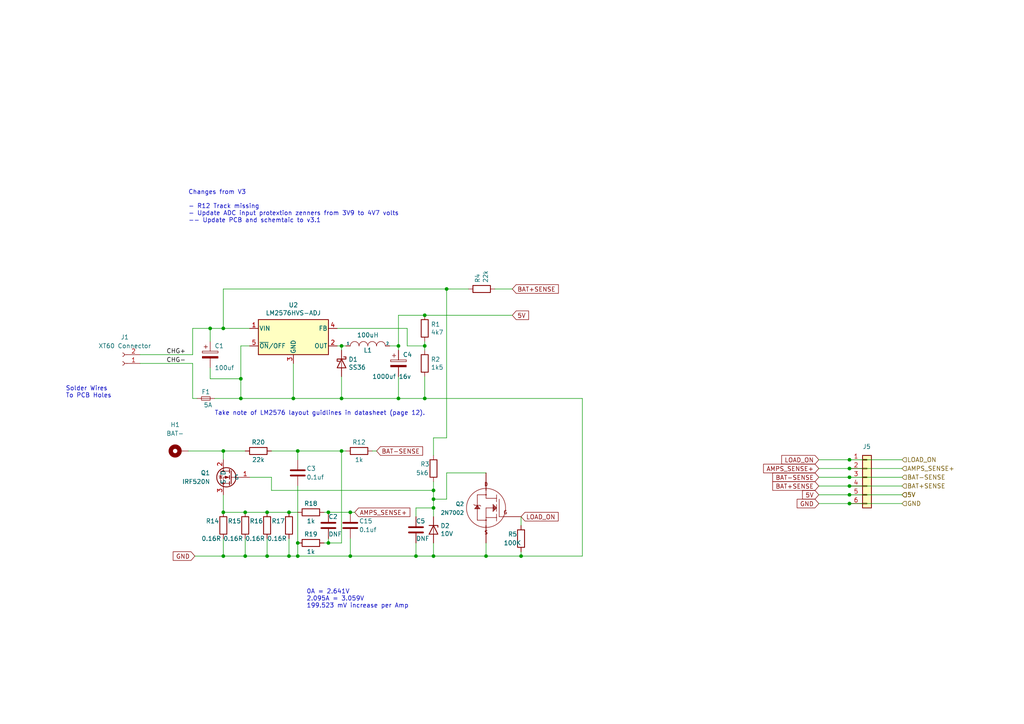
<source format=kicad_sch>
(kicad_sch (version 20211123) (generator eeschema)
  (paper "A4")
  (title_block (rev "3.1"))
  (lib_symbols
    (symbol "Connector:Conn_01x02_Female" (pin_names (offset 1.016) hide)
      (property "Reference" "J" (at 0 2.54 0))
      (property "Value" "Conn_01x02_Female" (at 0 -5.08 0))
      (symbol "Conn_01x02_Female_1_1"
        (arc (start 0 -2.032) (mid -0.508 -2.54) (end 0 -3.048) (stroke (width 0.1524)))
        (polyline (pts (xy -1.27 -2.54) (xy -0.508 -2.54)) (stroke (width 0.1524)))
        (polyline (pts (xy -1.27 0) (xy -0.508 0)) (stroke (width 0.1524)))
        (arc (start 0 0.508) (mid -0.508 0) (end 0 -0.508) (stroke (width 0.1524)))
        (pin passive line (at -5.08 0 0) (length 3.81) (name "Pin_1") (number "1"))
        (pin passive line (at -5.08 -2.54 0) (length 3.81) (name "Pin_2") (number "2"))
      )
    )
    (symbol "Connector_Generic:Conn_01x06" (pin_names (offset 1.016) hide)
      (property "Reference" "J" (at 0 7.62 0))
      (property "Value" "Conn_01x06" (at 0 -10.16 0))
      (symbol "Conn_01x06_1_1"
        (rectangle (start -1.27 -7.493) (end 0 -7.747) (stroke (width 0.1524)))
        (rectangle (start -1.27 -4.953) (end 0 -5.207) (stroke (width 0.1524)))
        (rectangle (start -1.27 -2.413) (end 0 -2.667) (stroke (width 0.1524)))
        (rectangle (start -1.27 0.127) (end 0 -0.127) (stroke (width 0.1524)))
        (rectangle (start -1.27 2.667) (end 0 2.413) (stroke (width 0.1524)))
        (rectangle (start -1.27 5.207) (end 0 4.953) (stroke (width 0.1524)))
        (rectangle (start -1.27 6.35) (end 1.27 -8.89) (stroke (width 0.254)) (fill (type background)))
        (pin passive line (at -5.08 5.08 0) (length 3.81) (name "Pin_1") (number "1"))
        (pin passive line (at -5.08 2.54 0) (length 3.81) (name "Pin_2") (number "2"))
        (pin passive line (at -5.08 0 0) (length 3.81) (name "Pin_3") (number "3"))
        (pin passive line (at -5.08 -2.54 0) (length 3.81) (name "Pin_4") (number "4"))
        (pin passive line (at -5.08 -5.08 0) (length 3.81) (name "Pin_5") (number "5"))
        (pin passive line (at -5.08 -7.62 0) (length 3.81) (name "Pin_6") (number "6"))
      )
    )
    (symbol "Device:C" (pin_numbers hide) (pin_names (offset 0.254))
      (property "Reference" "C" (at 0.635 2.54 0))
      (property "Value" "C" (at 0.635 -2.54 0))
      (symbol "C_0_1"
        (polyline (pts (xy -2.032 -0.762) (xy 2.032 -0.762)) (stroke (width 0.508)))
        (polyline (pts (xy -2.032 0.762) (xy 2.032 0.762)) (stroke (width 0.508)))
      )
      (symbol "C_1_1"
        (pin passive line (at 0 3.81 270) (length 2.794) (name "~") (number "1"))
        (pin passive line (at 0 -3.81 90) (length 2.794) (name "~") (number "2"))
      )
    )
    (symbol "Device:C_Polarized" (pin_numbers hide) (pin_names (offset 0.254))
      (property "Reference" "C" (at 0.635 2.54 0))
      (property "Value" "C_Polarized" (at 0.635 -2.54 0))
      (symbol "C_Polarized_0_1"
        (rectangle (start -2.286 0.508) (end 2.286 1.016))
        (polyline (pts (xy -1.778 2.286) (xy -0.762 2.286)))
        (polyline (pts (xy -1.27 2.794) (xy -1.27 1.778)))
        (rectangle (start 2.286 -0.508) (end -2.286 -1.016) (fill (type outline)))
      )
      (symbol "C_Polarized_1_1"
        (pin passive line (at 0 3.81 270) (length 2.794) (name "~") (number "1"))
        (pin passive line (at 0 -3.81 90) (length 2.794) (name "~") (number "2"))
      )
    )
    (symbol "Device:D_Schottky" (pin_numbers hide) (pin_names (offset 1.016) hide)
      (property "Reference" "D" (at 0 2.54 0))
      (property "Value" "D_Schottky" (at 0 -2.54 0))
      (symbol "D_Schottky_0_1"
        (polyline (pts (xy 1.27 0) (xy -1.27 0)))
        (polyline (pts (xy 1.27 1.27) (xy 1.27 -1.27) (xy -1.27 0) (xy 1.27 1.27)) (stroke (width 0.254)))
        (polyline (pts (xy -1.905 0.635) (xy -1.905 1.27) (xy -1.27 1.27) (xy -1.27 -1.27) (xy -0.635 -1.27) (xy -0.635 -0.635)) (stroke (width 0.254)))
      )
      (symbol "D_Schottky_1_1"
        (pin passive line (at -3.81 0 0) (length 2.54) (name "K") (number "1"))
        (pin passive line (at 3.81 0 180) (length 2.54) (name "A") (number "2"))
      )
    )
    (symbol "Device:D_Zener" (pin_numbers hide) (pin_names (offset 1.016) hide)
      (property "Reference" "D" (at 0 2.54 0))
      (property "Value" "D_Zener" (at 0 -2.54 0))
      (symbol "D_Zener_0_1"
        (polyline (pts (xy 1.27 0) (xy -1.27 0)))
        (polyline (pts (xy -1.27 -1.27) (xy -1.27 1.27) (xy -0.762 1.27)) (stroke (width 0.254)))
        (polyline (pts (xy 1.27 -1.27) (xy 1.27 1.27) (xy -1.27 0) (xy 1.27 -1.27)) (stroke (width 0.254)))
      )
      (symbol "D_Zener_1_1"
        (pin passive line (at -3.81 0 0) (length 2.54) (name "K") (number "1"))
        (pin passive line (at 3.81 0 180) (length 2.54) (name "A") (number "2"))
      )
    )
    (symbol "Device:Fuse_Small" (pin_numbers hide) (pin_names (offset 0.254) hide)
      (property "Reference" "F" (at 0 -1.524 0))
      (property "Value" "Fuse_Small" (at 0 1.524 0))
      (symbol "Fuse_Small_0_1"
        (rectangle (start -1.27 0.508) (end 1.27 -0.508))
        (polyline (pts (xy -1.27 0) (xy 1.27 0)))
      )
      (symbol "Fuse_Small_1_1"
        (pin passive line (at -2.54 0 0) (length 1.27) (name "~") (number "1"))
        (pin passive line (at 2.54 0 180) (length 1.27) (name "~") (number "2"))
      )
    )
    (symbol "Device:R" (pin_numbers hide) (pin_names (offset 0))
      (property "Reference" "R" (at 2.032 0 90))
      (property "Value" "R" (at 0 0 90))
      (symbol "R_0_1"
        (rectangle (start -1.016 -2.54) (end 1.016 2.54) (stroke (width 0.254)))
      )
      (symbol "R_1_1"
        (pin passive line (at 0 3.81 270) (length 1.27) (name "~") (number "1"))
        (pin passive line (at 0 -3.81 90) (length 1.27) (name "~") (number "2"))
      )
    )
    (symbol "Mechanical:MountingHole_Pad" (pin_numbers hide) (pin_names (offset 1.016) hide)
      (property "Reference" "H" (at 0 6.35 0))
      (property "Value" "MountingHole_Pad" (at 0 4.445 0))
      (symbol "MountingHole_Pad_0_1"
        (circle (center 0 1.27) (radius 1.27) (stroke (width 1.27)))
      )
      (symbol "MountingHole_Pad_1_1"
        (pin input line (at 0 -2.54 90) (length 2.54) (name "1") (number "1"))
      )
    )
    (symbol "Regulator_Switching:LM2576HVS-5" (pin_names (offset 0.254))
      (property "Reference" "U" (at -10.16 6.35 0))
      (property "Value" "LM2576HVS-5" (at 0 6.35 0))
      (symbol "LM2576HVS-5_0_1"
        (rectangle (start -10.16 5.08) (end 10.16 -5.08) (stroke (width 0.254)) (fill (type background)))
      )
      (symbol "LM2576HVS-5_1_1"
        (pin power_in line (at -12.7 2.54 0) (length 2.54) (name "VIN") (number "1"))
        (pin output line (at 12.7 -2.54 180) (length 2.54) (name "OUT") (number "2"))
        (pin power_in line (at 0 -7.62 90) (length 2.54) (name "GND") (number "3"))
        (pin input line (at 12.7 2.54 180) (length 2.54) (name "FB") (number "4"))
        (pin input line (at -12.7 -2.54 0) (length 2.54) (name "~{ON}/OFF") (number "5"))
      )
    )
    (symbol "Transistor_FET:IRF540N"
      (property "Reference" "Q" (at 6.35 1.905 0))
      (property "Value" "IRF540N" (at 6.35 0 0))
      (symbol "IRF540N_0_1"
        (polyline (pts (xy 0.254 0) (xy -2.54 0)))
        (polyline (pts (xy 0.254 1.905) (xy 0.254 -1.905)) (stroke (width 0.254)))
        (polyline (pts (xy 0.762 -1.27) (xy 0.762 -2.286)) (stroke (width 0.254)))
        (polyline (pts (xy 0.762 0.508) (xy 0.762 -0.508)) (stroke (width 0.254)))
        (polyline (pts (xy 0.762 2.286) (xy 0.762 1.27)) (stroke (width 0.254)))
        (polyline (pts (xy 2.54 2.54) (xy 2.54 1.778)))
        (polyline (pts (xy 2.54 -2.54) (xy 2.54 0) (xy 0.762 0)))
        (polyline (pts (xy 0.762 -1.778) (xy 3.302 -1.778) (xy 3.302 1.778) (xy 0.762 1.778)))
        (polyline (pts (xy 1.016 0) (xy 2.032 0.381) (xy 2.032 -0.381) (xy 1.016 0)) (fill (type outline)))
        (polyline (pts (xy 2.794 0.508) (xy 2.921 0.381) (xy 3.683 0.381) (xy 3.81 0.254)))
        (polyline (pts (xy 3.302 0.381) (xy 2.921 -0.254) (xy 3.683 -0.254) (xy 3.302 0.381)))
        (circle (center 1.651 0) (radius 2.794) (stroke (width 0.254)))
        (circle (center 2.54 -1.778) (radius 0.254) (fill (type outline)))
        (circle (center 2.54 1.778) (radius 0.254) (fill (type outline)))
      )
      (symbol "IRF540N_1_1"
        (pin input line (at -5.08 0 0) (length 2.54) (name "G") (number "1"))
        (pin passive line (at 2.54 5.08 270) (length 2.54) (name "D") (number "2"))
        (pin passive line (at 2.54 -5.08 90) (length 2.54) (name "S") (number "3"))
      )
    )
    (symbol "pja_1:2N7002" (pin_numbers hide) (pin_names (offset 1.016) hide)
      (property "Reference" "Q" (at 6.604 0.762 0))
      (property "Value" "2N7002" (at 6.604 -1.524 0))
      (symbol "2N7002_1_0"
        (polyline (pts (xy -5.08 -2.54) (xy -3.81 -2.54)))
        (polyline (pts (xy -3.81 -2.54) (xy -3.81 2.54)))
        (polyline (pts (xy -3.048 -2.794) (xy -3.048 -3.81)))
        (polyline (pts (xy -3.048 -2.794) (xy 0 -2.794)))
        (polyline (pts (xy -3.048 -1.778) (xy -3.048 -2.794)))
        (polyline (pts (xy -3.048 0) (xy -3.048 -1.016)))
        (polyline (pts (xy -3.048 0) (xy -2.032 1.016)))
        (polyline (pts (xy -3.048 1.016) (xy -3.048 0)))
        (polyline (pts (xy -3.048 1.778) (xy -3.048 2.794)))
        (polyline (pts (xy -3.048 2.794) (xy -3.048 3.81)))
        (polyline (pts (xy -3.048 2.794) (xy 0 2.794)))
        (polyline (pts (xy -2.794 0) (xy -2.54 0.254)))
        (polyline (pts (xy -2.54 -0.508) (xy -3.048 0)))
        (polyline (pts (xy -2.54 -0.508) (xy -2.54 -0.254)))
        (polyline (pts (xy -2.54 -0.254) (xy -2.794 0)))
        (polyline (pts (xy -2.413 0.381) (xy -2.413 -0.381)))
        (polyline (pts (xy -2.286 0.508) (xy -2.286 -0.508)))
        (polyline (pts (xy -2.159 -0.762) (xy -2.159 0.762)))
        (polyline (pts (xy -2.032 -1.016) (xy -2.54 -0.508)))
        (polyline (pts (xy -2.032 0) (xy -2.032 -1.016)))
        (polyline (pts (xy -2.032 0) (xy 0 0)))
        (polyline (pts (xy -2.032 1.016) (xy -2.032 0)))
        (polyline (pts (xy 0 -3.556) (xy 0 -5.588)))
        (polyline (pts (xy 0 -2.794) (xy 0 -3.556)))
        (polyline (pts (xy 0 0) (xy 0 -2.794)))
        (polyline (pts (xy 0 2.794) (xy 0 3.81)))
        (polyline (pts (xy 0 3.81) (xy 0 5.588)))
        (polyline (pts (xy 0 3.81) (xy 2.54 3.81)))
        (polyline (pts (xy 1.778 -0.254) (xy 3.302 -0.254)))
        (polyline (pts (xy 1.778 0.762) (xy 1.524 0.508)))
        (polyline (pts (xy 2.159 0.127) (xy 2.54 0.127)))
        (polyline (pts (xy 2.286 0.254) (xy 2.413 0.381)))
        (polyline (pts (xy 2.54 -3.556) (xy 0 -3.556)))
        (polyline (pts (xy 2.54 -0.127) (xy 2.032 -0.127)))
        (polyline (pts (xy 2.54 -0.127) (xy 2.54 -3.556)))
        (polyline (pts (xy 2.54 -0.127) (xy 3.048 -0.127)))
        (polyline (pts (xy 2.54 0.127) (xy 2.54 -0.127)))
        (polyline (pts (xy 2.54 0.127) (xy 2.921 0.127)))
        (polyline (pts (xy 2.54 0.508) (xy 2.54 0.127)))
        (polyline (pts (xy 2.54 0.762) (xy 1.778 -0.254)))
        (polyline (pts (xy 2.54 0.762) (xy 1.778 0.762)))
        (polyline (pts (xy 2.54 0.762) (xy 2.54 0.508)))
        (polyline (pts (xy 2.54 0.762) (xy 3.302 0.762)))
        (polyline (pts (xy 2.54 3.81) (xy 2.54 0.762)))
        (polyline (pts (xy 2.921 0.127) (xy 2.54 0.508)))
        (polyline (pts (xy 3.302 -0.254) (xy 2.54 0.762)))
        (polyline (pts (xy 3.302 0.762) (xy 3.556 1.016)))
        (text "D" (at -0.0254 6.858 0) (effects (font (size 1.016 1.016))))
        (text "G" (at -5.6134 -1.27 0) (effects (font (size 1.016 1.016))))
        (text "S" (at -0.0254 -7.112 0) (effects (font (size 1.016 1.016))))
      )
      (symbol "2N7002_1_1"
        (circle (center 0 -3.556) (radius 0.127) (fill (type outline)))
        (circle (center 0 0) (radius 5.6642))
        (circle (center 0 3.81) (radius 0.127) (fill (type outline)))
        (pin tri_state line (at -10.16 -2.54 0) (length 5.08) (name "G") (number "1"))
        (pin passive line (at 0 -10.16 90) (length 5.08) (name "S") (number "2"))
        (pin passive line (at 0 10.16 270) (length 5.08) (name "D") (number "3"))
      )
    )
    (symbol "pspice:INDUCTOR" (pin_numbers hide) (pin_names (offset 0))
      (property "Reference" "L" (at 0 2.54 0))
      (property "Value" "INDUCTOR" (at 0 -1.27 0))
      (symbol "INDUCTOR_0_1"
        (arc (start -2.54 0) (mid -3.81 1.27) (end -5.08 0))
        (arc (start 0 0) (mid -1.27 1.27) (end -2.54 0))
        (arc (start 2.54 0) (mid 1.27 1.27) (end 0 0))
        (arc (start 5.08 0) (mid 3.81 1.27) (end 2.54 0))
      )
      (symbol "INDUCTOR_1_1"
        (pin input line (at -6.35 0 0) (length 1.27) (name "1") (number "1"))
        (pin input line (at 6.35 0 180) (length 1.27) (name "2") (number "2"))
      )
    )
  )
  (junction (at 115.57 115.57))
  (junction (at 71.12 148.59))
  (junction (at 95.25 148.59))
  (junction (at 246.38 138.43))
  (junction (at 64.77 130.81))
  (junction (at 125.73 161.29))
  (junction (at 151.13 161.29))
  (junction (at 95.25 157.48))
  (junction (at 86.36 157.48))
  (junction (at 125.73 147.32))
  (junction (at 246.38 135.89))
  (junction (at 246.38 146.05))
  (junction (at 115.57 100.33))
  (junction (at 120.65 161.29))
  (junction (at 123.19 115.57))
  (junction (at 83.82 161.29))
  (junction (at 64.77 148.59))
  (junction (at 60.96 95.25))
  (junction (at 101.6 148.59))
  (junction (at 99.06 115.57))
  (junction (at 99.06 130.81))
  (junction (at 246.38 143.51))
  (junction (at 77.47 148.59))
  (junction (at 125.73 142.24))
  (junction (at 64.77 161.29))
  (junction (at 123.19 91.44))
  (junction (at 85.09 115.57))
  (junction (at 69.85 109.855))
  (junction (at 64.77 95.25))
  (junction (at 125.73 144.78))
  (junction (at 86.36 161.29))
  (junction (at 71.12 161.29))
  (junction (at 101.6 161.29))
  (junction (at 246.38 140.97))
  (junction (at 69.85 115.57))
  (junction (at 129.54 83.82))
  (junction (at 99.06 100.33))
  (junction (at 123.19 100.33))
  (junction (at 246.38 133.35))
  (junction (at 83.82 148.59))
  (junction (at 140.97 161.29))
  (junction (at 86.36 130.81))
  (junction (at 77.47 161.29))
  (wire (pts (xy 85.09 115.57) (xy 99.06 115.57)))
  (wire (pts (xy 55.88 102.87) (xy 40.64 102.87)))
  (wire (pts (xy 83.82 148.59) (xy 86.36 148.59)))
  (wire (pts (xy 86.36 161.29) (xy 101.6 161.29)))
  (wire (pts (xy 120.65 157.48) (xy 120.65 161.29)))
  (wire (pts (xy 64.77 143.51) (xy 64.77 148.59)))
  (wire (pts (xy 237.49 135.89) (xy 246.38 135.89)))
  (wire (pts (xy 120.65 161.29) (xy 125.73 161.29)))
  (wire (pts (xy 125.73 139.7) (xy 125.73 142.24)))
  (wire (pts (xy 135.89 83.82) (xy 129.54 83.82)))
  (wire (pts (xy 72.39 95.25) (xy 64.77 95.25)))
  (wire (pts (xy 71.12 156.21) (xy 71.12 161.29)))
  (wire (pts (xy 99.06 100.33) (xy 99.06 101.6)))
  (wire (pts (xy 246.38 138.43) (xy 261.62 138.43)))
  (wire (pts (xy 54.61 130.81) (xy 64.77 130.81)))
  (wire (pts (xy 143.51 83.82) (xy 148.59 83.82)))
  (wire (pts (xy 64.77 130.81) (xy 71.12 130.81)))
  (wire (pts (xy 69.85 115.57) (xy 85.09 115.57)))
  (wire (pts (xy 125.73 142.24) (xy 125.73 144.78)))
  (wire (pts (xy 120.65 149.86) (xy 120.65 147.32)))
  (wire (pts (xy 246.38 133.35) (xy 261.62 133.35)))
  (wire (pts (xy 64.77 148.59) (xy 71.12 148.59)))
  (wire (pts (xy 86.36 130.81) (xy 78.74 130.81)))
  (wire (pts (xy 56.515 161.29) (xy 64.77 161.29)))
  (wire (pts (xy 95.25 156.21) (xy 95.25 157.48)))
  (wire (pts (xy 60.96 95.25) (xy 60.96 99.06)))
  (wire (pts (xy 246.38 146.05) (xy 261.62 146.05)))
  (wire (pts (xy 55.88 105.41) (xy 55.88 115.57)))
  (wire (pts (xy 99.06 130.81) (xy 86.36 130.81)))
  (wire (pts (xy 237.49 143.51) (xy 246.38 143.51)))
  (wire (pts (xy 237.49 138.43) (xy 246.38 138.43)))
  (wire (pts (xy 151.13 160.02) (xy 151.13 161.29)))
  (wire (pts (xy 129.54 137.16) (xy 129.54 144.78)))
  (wire (pts (xy 151.13 149.86) (xy 151.13 152.4)))
  (wire (pts (xy 64.77 83.82) (xy 129.54 83.82)))
  (wire (pts (xy 97.79 100.33) (xy 99.06 100.33)))
  (wire (pts (xy 100.33 100.33) (xy 99.06 100.33)))
  (wire (pts (xy 93.98 157.48) (xy 95.25 157.48)))
  (wire (pts (xy 168.91 115.57) (xy 168.91 161.29)))
  (wire (pts (xy 64.77 95.25) (xy 60.96 95.25)))
  (wire (pts (xy 101.6 161.29) (xy 120.65 161.29)))
  (wire (pts (xy 168.91 161.29) (xy 151.13 161.29)))
  (wire (pts (xy 72.39 138.43) (xy 78.74 138.43)))
  (wire (pts (xy 60.96 106.68) (xy 60.96 109.855)))
  (wire (pts (xy 125.73 161.29) (xy 140.97 161.29)))
  (wire (pts (xy 55.88 95.25) (xy 55.88 102.87)))
  (wire (pts (xy 107.95 130.81) (xy 109.22 130.81)))
  (wire (pts (xy 64.77 156.21) (xy 64.77 161.29)))
  (wire (pts (xy 237.49 133.35) (xy 246.38 133.35)))
  (wire (pts (xy 120.65 147.32) (xy 125.73 147.32)))
  (wire (pts (xy 123.19 100.33) (xy 118.11 100.33)))
  (wire (pts (xy 77.47 161.29) (xy 83.82 161.29)))
  (wire (pts (xy 115.57 100.33) (xy 115.57 101.6)))
  (wire (pts (xy 237.49 140.97) (xy 246.38 140.97)))
  (wire (pts (xy 113.03 100.33) (xy 115.57 100.33)))
  (wire (pts (xy 77.47 148.59) (xy 83.82 148.59)))
  (wire (pts (xy 129.54 83.82) (xy 129.54 127)))
  (wire (pts (xy 71.12 161.29) (xy 77.47 161.29)))
  (wire (pts (xy 237.49 146.05) (xy 246.38 146.05)))
  (wire (pts (xy 115.57 100.33) (xy 115.57 91.44)))
  (wire (pts (xy 125.73 144.78) (xy 125.73 147.32)))
  (wire (pts (xy 99.06 109.22) (xy 99.06 115.57)))
  (wire (pts (xy 72.39 100.33) (xy 69.85 100.33)))
  (wire (pts (xy 118.11 100.33) (xy 118.11 95.25)))
  (wire (pts (xy 125.73 147.32) (xy 125.73 149.86)))
  (wire (pts (xy 85.09 105.41) (xy 85.09 115.57)))
  (wire (pts (xy 125.73 127) (xy 125.73 132.08)))
  (wire (pts (xy 86.36 130.81) (xy 86.36 133.35)))
  (wire (pts (xy 64.77 161.29) (xy 71.12 161.29)))
  (wire (pts (xy 78.74 138.43) (xy 78.74 142.24)))
  (wire (pts (xy 115.57 91.44) (xy 123.19 91.44)))
  (wire (pts (xy 71.12 148.59) (xy 77.47 148.59)))
  (wire (pts (xy 83.82 161.29) (xy 86.36 161.29)))
  (wire (pts (xy 95.25 157.48) (xy 99.06 157.48)))
  (wire (pts (xy 123.19 100.33) (xy 123.19 99.06)))
  (wire (pts (xy 140.97 137.16) (xy 129.54 137.16)))
  (wire (pts (xy 60.96 109.855) (xy 69.85 109.855)))
  (wire (pts (xy 69.85 100.33) (xy 69.85 109.855)))
  (wire (pts (xy 93.98 148.59) (xy 95.25 148.59)))
  (wire (pts (xy 129.54 144.78) (xy 125.73 144.78)))
  (wire (pts (xy 69.85 109.855) (xy 69.85 115.57)))
  (wire (pts (xy 86.36 157.48) (xy 86.36 161.29)))
  (wire (pts (xy 62.23 115.57) (xy 69.85 115.57)))
  (wire (pts (xy 101.6 156.21) (xy 101.6 161.29)))
  (wire (pts (xy 123.19 101.6) (xy 123.19 100.33)))
  (wire (pts (xy 99.06 115.57) (xy 115.57 115.57)))
  (wire (pts (xy 151.13 161.29) (xy 140.97 161.29)))
  (wire (pts (xy 95.25 148.59) (xy 101.6 148.59)))
  (wire (pts (xy 83.82 156.21) (xy 83.82 161.29)))
  (wire (pts (xy 115.57 109.22) (xy 115.57 115.57)))
  (wire (pts (xy 78.74 142.24) (xy 125.73 142.24)))
  (wire (pts (xy 64.77 130.81) (xy 64.77 133.35)))
  (wire (pts (xy 99.06 157.48) (xy 99.06 130.81)))
  (wire (pts (xy 55.88 95.25) (xy 60.96 95.25)))
  (wire (pts (xy 40.64 105.41) (xy 55.88 105.41)))
  (wire (pts (xy 140.97 157.48) (xy 140.97 161.29)))
  (wire (pts (xy 123.19 115.57) (xy 168.91 115.57)))
  (wire (pts (xy 101.6 148.59) (xy 102.87 148.59)))
  (wire (pts (xy 55.88 115.57) (xy 57.15 115.57)))
  (wire (pts (xy 99.06 130.81) (xy 100.33 130.81)))
  (wire (pts (xy 64.77 83.82) (xy 64.77 95.25)))
  (wire (pts (xy 246.38 135.89) (xy 261.62 135.89)))
  (wire (pts (xy 123.19 91.44) (xy 148.59 91.44)))
  (wire (pts (xy 77.47 156.21) (xy 77.47 161.29)))
  (wire (pts (xy 86.36 140.97) (xy 86.36 157.48)))
  (wire (pts (xy 123.19 115.57) (xy 123.19 109.22)))
  (wire (pts (xy 118.11 95.25) (xy 97.79 95.25)))
  (wire (pts (xy 115.57 115.57) (xy 123.19 115.57)))
  (wire (pts (xy 246.38 140.97) (xy 261.62 140.97)))
  (wire (pts (xy 125.73 157.48) (xy 125.73 161.29)))
  (wire (pts (xy 129.54 127) (xy 125.73 127)))
  (wire (pts (xy 246.38 143.51) (xy 261.62 143.51)))
  (text "Take note of LM2576 layout guidlines in datasheet (page 12)." (at 62.23 120.65 0) (effects (font (size 1.27 1.27)) (justify left bottom)))
  (text "Solder Wires\nTo PCB Holes" (at 19.05 115.57 0) (effects (font (size 1.27 1.27)) (justify left bottom)))
  (text "0A = 2.641V\n2.095A = 3.059V\n199.523 mV increase per Amp" (at 88.9 176.53 0) (effects (font (size 1.27 1.27)) (justify left bottom)))
  (text "Changes from V3\n\n- R12 Track missing\n- Update ADC input protextion zenners from 3V9 to 4V7 volts\n-- Update PCB and schemtaic to v3.1" (at 54.61 64.77 0) (effects (font (size 1.27 1.27)) (justify left bottom)))
  (label "CHG+" (at 48.26 102.87 0))
  (label "CHG-" (at 48.26 105.41 0))
  (global_label "5V" (shape input) (at 148.59 91.44 0) (property "Intersheet References" "${INTERSHEET_REFS}" (at 264.16 251.46 0)))
  (global_label "AMPS_SENSE+" (shape input) (at 102.87 148.59 0) (property "Intersheet References" "${INTERSHEET_REFS}" (at 118.8013 148.5106 0) (effects (justify left))))
  (global_label "BAT-SENSE" (shape input) (at 237.49 138.43 180) (property "Intersheet References" "${INTERSHEET_REFS}" (at 224.2196 138.3506 0) (effects (justify right))))
  (global_label "BAT+SENSE" (shape input) (at 148.59 83.82 0) (property "Intersheet References" "${INTERSHEET_REFS}" (at 161.8604 83.7406 0) (effects (justify left))))
  (global_label "LOAD_ON" (shape input) (at 237.49 133.35 180) (property "Intersheet References" "${INTERSHEET_REFS}" (at 226.8201 133.2706 0) (effects (justify right))))
  (global_label "BAT-SENSE" (shape input) (at 109.22 130.81 0) (property "Intersheet References" "${INTERSHEET_REFS}" (at 122.4904 130.7306 0) (effects (justify left))))
  (global_label "5V" (shape input) (at 237.49 143.51 180) (property "Intersheet References" "${INTERSHEET_REFS}" (at 121.92 -16.51 0)))
  (global_label "BAT+SENSE" (shape input) (at 237.49 140.97 180) (property "Intersheet References" "${INTERSHEET_REFS}" (at 224.2196 140.8906 0) (effects (justify right))))
  (global_label "AMPS_SENSE+" (shape input) (at 237.49 135.89 180) (property "Intersheet References" "${INTERSHEET_REFS}" (at 221.5587 135.8106 0) (effects (justify right))))
  (global_label "LOAD_ON" (shape input) (at 151.13 149.86 0) (property "Intersheet References" "${INTERSHEET_REFS}" (at 161.7999 149.7806 0) (effects (justify left))))
  (global_label "GND" (shape input) (at 237.49 146.05 180) (property "Intersheet References" "${INTERSHEET_REFS}" (at 215.9 -34.29 0)))
  (global_label "GND" (shape input) (at 56.515 161.29 180) (property "Intersheet References" "${INTERSHEET_REFS}" (at 34.925 -19.05 0)))
  (hierarchical_label "BAT+SENSE" (shape input) (at 261.62 140.97 0))
  (hierarchical_label "AMPS_SENSE+" (shape input) (at 261.62 135.89 0))
  (hierarchical_label "BAT-SENSE" (shape input) (at 261.62 138.43 0))
  (hierarchical_label "5V" (shape input) (at 261.62 143.51 0))
  (hierarchical_label "5V" (shape input) (at 261.62 143.51 0))
  (hierarchical_label "GND" (shape input) (at 261.62 146.05 0))
  (hierarchical_label "LOAD_ON" (shape input) (at 261.62 133.35 0))
  (symbol (lib_id "Device:R") (at 71.12 152.4 0) (unit 1)
    (property "Reference" "R15" (at 66.04 151.13 0) (effects (justify left)))
    (property "Value" "0.16R" (at 64.77 156.21 0) (effects (justify left)))
    (property "Footprint" "Resistor_SMD:R_1206_3216Metric_Pad1.30x1.75mm_HandSolder" (effects hide))
  )
  (symbol (lib_id "Device:R") (at 104.14 130.81 90) (unit 1)
    (property "Reference" "R12" (at 104.14 128.27 90))
    (property "Value" "1k" (at 104.14 133.35 90))
    (property "Footprint" "Resistor_SMD:R_0603_1608Metric_Pad0.98x0.95mm_HandSolder" (effects hide))
  )
  (symbol (lib_id "Regulator_Switching:LM2576HVS-5") (at 85.09 97.79 0) (unit 1)
    (property "Reference" "U2" (at 85.09 88.4682 0))
    (property "Value" "LM2576HVS-ADJ" (at 85.09 90.7796 0))
    (property "Footprint" "Package_TO_SOT_THT:TO-220-5_Vertical" (effects hide))
    (property "Datasheet" "http://www.ti.com/lit/ds/symlink/lm2576.pdf" (effects hide))
  )
  (symbol (lib_id "Device:D_Zener") (at 125.73 153.67 270) (unit 1)
    (property "Reference" "D2" (at 127.7366 152.5016 90) (effects (justify left)))
    (property "Value" "10V" (at 127.7366 154.813 90) (effects (justify left)))
    (property "Footprint" "Diode_SMD:D_MELF" (effects hide))
  )
  (symbol (lib_id "Device:C") (at 86.36 137.16 0) (unit 1)
    (property "Reference" "C3" (at 88.9 135.89 0) (effects (justify left)))
    (property "Value" "0.1uf" (at 88.9 138.43 0) (effects (justify left)))
    (property "Footprint" "Capacitor_SMD:C_0603_1608Metric_Pad1.08x0.95mm_HandSolder" (effects hide))
  )
  (symbol (lib_id "Transistor_FET:IRF540N") (at 67.31 138.43 0) (mirror y) (unit 1)
    (property "Reference" "Q1" (at 60.96 137.1599 0) (effects (justify left)))
    (property "Value" "IRF520N" (at 60.96 139.6999 0) (effects (justify left)))
    (property "Footprint" "Package_TO_SOT_THT:TO-220-3_Vertical" (effects hide))
    (property "Datasheet" "http://www.irf.com/product-info/datasheets/data/irf540n.pdf" (effects hide))
  )
  (symbol (lib_id "Device:R") (at 90.17 148.59 90) (unit 1)
    (property "Reference" "R18" (at 90.17 146.05 90))
    (property "Value" "1k" (at 90.17 151.13 90))
    (property "Footprint" "Resistor_SMD:R_0603_1608Metric_Pad0.98x0.95mm_HandSolder" (effects hide))
  )
  (symbol (lib_id "Device:Fuse_Small") (at 59.69 115.57 0) (unit 1)
    (property "Reference" "F1" (at 59.69 113.665 0))
    (property "Value" "5A" (at 60.325 117.475 0))
    (property "Footprint" "PJA_Fuses:Scherter_OMT125" (effects hide))
  )
  (symbol (lib_id "Device:C_Polarized") (at 115.57 105.41 0) (unit 1)
    (property "Reference" "C4" (at 116.84 102.87 0) (effects (justify left)))
    (property "Value" "1000uf 16v" (at 107.95 109.22 0) (effects (justify left)))
    (property "Footprint" "Capacitor_THT:CP_Radial_D10.0mm_P5.00mm" (effects hide))
  )
  (symbol (lib_id "Device:C_Polarized") (at 60.96 102.87 0) (unit 1)
    (property "Reference" "C1" (at 62.23 100.33 0) (effects (justify left)))
    (property "Value" "100uf" (at 62.23 106.68 0) (effects (justify left)))
    (property "Footprint" "Capacitor_THT:CP_Radial_D10.0mm_P5.00mm" (effects hide))
  )
  (symbol (lib_id "Device:R") (at 74.93 130.81 90) (unit 1)
    (property "Reference" "R20" (at 74.93 128.27 90))
    (property "Value" "22k" (at 74.93 133.35 90))
    (property "Footprint" "Resistor_SMD:R_0603_1608Metric_Pad0.98x0.95mm_HandSolder" (effects hide))
  )
  (symbol (lib_id "Connector:Conn_01x02_Female") (at 35.56 105.41 180) (unit 1)
    (property "Reference" "J1" (at 36.195 97.79 0))
    (property "Value" "XT60 Connector" (at 36.195 100.33 0))
    (property "Footprint" "Connector_AMASS:AMASS_XT60-F_1x02_P7.20mm_Vertical" (effects hide))
  )
  (symbol (lib_id "Device:R") (at 83.82 152.4 0) (unit 1)
    (property "Reference" "R17" (at 78.74 151.13 0) (effects (justify left)))
    (property "Value" "0.16R" (at 77.47 156.21 0) (effects (justify left)))
    (property "Footprint" "Resistor_SMD:R_1206_3216Metric_Pad1.30x1.75mm_HandSolder" (effects hide))
  )
  (symbol (lib_id "Device:R") (at 77.47 152.4 0) (unit 1)
    (property "Reference" "R16" (at 72.39 151.13 0) (effects (justify left)))
    (property "Value" "0.16R" (at 71.12 156.21 0) (effects (justify left)))
    (property "Footprint" "Resistor_SMD:R_1206_3216Metric_Pad1.30x1.75mm_HandSolder" (effects hide))
  )
  (symbol (lib_id "Device:R") (at 125.73 135.89 0) (unit 1)
    (property "Reference" "R3" (at 121.92 134.62 0) (effects (justify left)))
    (property "Value" "5k6" (at 120.65 137.16 0) (effects (justify left)))
    (property "Footprint" "Resistor_SMD:R_0603_1608Metric_Pad0.98x0.95mm_HandSolder" (effects hide))
  )
  (symbol (lib_id "Device:R") (at 64.77 152.4 0) (unit 1)
    (property "Reference" "R14" (at 59.69 151.13 0) (effects (justify left)))
    (property "Value" "0.16R" (at 58.42 156.21 0) (effects (justify left)))
    (property "Footprint" "Resistor_SMD:R_1206_3216Metric_Pad1.30x1.75mm_HandSolder" (effects hide))
  )
  (symbol (lib_id "pspice:INDUCTOR") (at 106.68 100.33 0) (unit 1)
    (property "Reference" "L1" (at 106.68 101.6 0))
    (property "Value" "100uH" (at 106.68 97.1804 0))
    (property "Footprint" "PJA_Inductors:Sumida_CDRH74" (effects hide))
  )
  (symbol (lib_id "Device:C") (at 101.6 152.4 0) (unit 1)
    (property "Reference" "C15" (at 104.14 151.13 0) (effects (justify left)))
    (property "Value" "0.1uf" (at 104.14 153.67 0) (effects (justify left)))
    (property "Footprint" "Capacitor_SMD:C_0603_1608Metric_Pad1.08x0.95mm_HandSolder" (effects hide))
  )
  (symbol (lib_id "Mechanical:MountingHole_Pad") (at 52.07 130.81 90) (unit 1)
    (property "Reference" "H1" (at 50.8 123.19 90))
    (property "Value" "BAT-" (at 50.8 125.73 90))
    (property "Footprint" "MountingHole:MountingHole_3.2mm_M3_Pad" (effects hide))
  )
  (symbol (lib_id "Device:D_Schottky") (at 99.06 105.41 270) (unit 1)
    (property "Reference" "D1" (at 101.0666 104.2416 90) (effects (justify left)))
    (property "Value" "SS36" (at 101.0666 106.553 90) (effects (justify left)))
    (property "Footprint" "Diode_SMD:D_MELF" (effects hide))
  )
  (symbol (lib_id "Device:R") (at 151.13 156.21 0) (unit 1)
    (property "Reference" "R5" (at 147.32 154.94 0) (effects (justify left)))
    (property "Value" "100K" (at 146.05 157.48 0) (effects (justify left)))
    (property "Footprint" "Resistor_SMD:R_0603_1608Metric_Pad0.98x0.95mm_HandSolder" (effects hide))
  )
  (symbol (lib_id "Connector_Generic:Conn_01x06") (at 251.46 138.43 0) (unit 1)
    (property "Reference" "J5" (at 250.19 129.54 0) (effects (justify left)))
    (property "Value" "Conn_01x06" (effects hide))
    (property "Footprint" "Connector_PinHeader_2.54mm:PinHeader_1x06_P2.54mm_Vertical" (effects hide))
  )
  (symbol (lib_id "pja_1:2N7002") (at 140.97 147.32 0) (mirror y) (unit 1)
    (property "Reference" "Q2" (at 134.62 146.177 0) (effects (font (size 1.143 1.143)) (justify left)))
    (property "Value" "2N7002" (at 134.62 148.717 0) (effects (font (size 1.143 1.143)) (justify left)))
    (property "Footprint" "Package_TO_SOT_SMD:TSOT-23" (effects hide))
  )
  (symbol (lib_id "Device:R") (at 123.19 105.41 0) (unit 1)
    (property "Reference" "R2" (at 124.968 104.2416 0) (effects (justify left)))
    (property "Value" "1k5" (at 124.968 106.553 0) (effects (justify left)))
    (property "Footprint" "Resistor_SMD:R_0603_1608Metric_Pad0.98x0.95mm_HandSolder" (effects hide))
  )
  (symbol (lib_id "Device:R") (at 90.17 157.48 90) (unit 1)
    (property "Reference" "R19" (at 90.17 154.94 90))
    (property "Value" "1k" (at 90.17 160.02 90))
    (property "Footprint" "Resistor_SMD:R_0603_1608Metric_Pad0.98x0.95mm_HandSolder" (effects hide))
  )
  (symbol (lib_id "Device:C") (at 120.65 153.67 0) (unit 1)
    (property "Reference" "C5" (at 120.65 151.13 0) (effects (justify left)))
    (property "Value" "DNF" (at 120.65 156.21 0) (effects (justify left)))
    (property "Footprint" "Capacitor_SMD:C_0603_1608Metric_Pad1.08x0.95mm_HandSolder" (effects hide))
  )
  (symbol (lib_id "Device:C") (at 95.25 152.4 0) (unit 1)
    (property "Reference" "C2" (at 95.25 149.86 0) (effects (justify left)))
    (property "Value" "DNF" (at 95.25 154.94 0) (effects (justify left)))
    (property "Footprint" "Capacitor_SMD:C_0603_1608Metric_Pad1.08x0.95mm_HandSolder" (effects hide))
  )
  (symbol (lib_id "Device:R") (at 123.19 95.25 0) (unit 1)
    (property "Reference" "R1" (at 124.968 94.0816 0) (effects (justify left)))
    (property "Value" "4k7" (at 124.968 96.393 0) (effects (justify left)))
    (property "Footprint" "Resistor_SMD:R_0603_1608Metric_Pad0.98x0.95mm_HandSolder" (effects hide))
  )
  (symbol (lib_id "Device:R") (at 139.7 83.82 90) (unit 1)
    (property "Reference" "R4" (at 138.5316 82.042 0) (effects (justify left)))
    (property "Value" "22k" (at 140.843 82.042 0) (effects (justify left)))
    (property "Footprint" "Resistor_SMD:R_0603_1608Metric_Pad0.98x0.95mm_HandSolder" (effects hide))
  )
)
</source>
